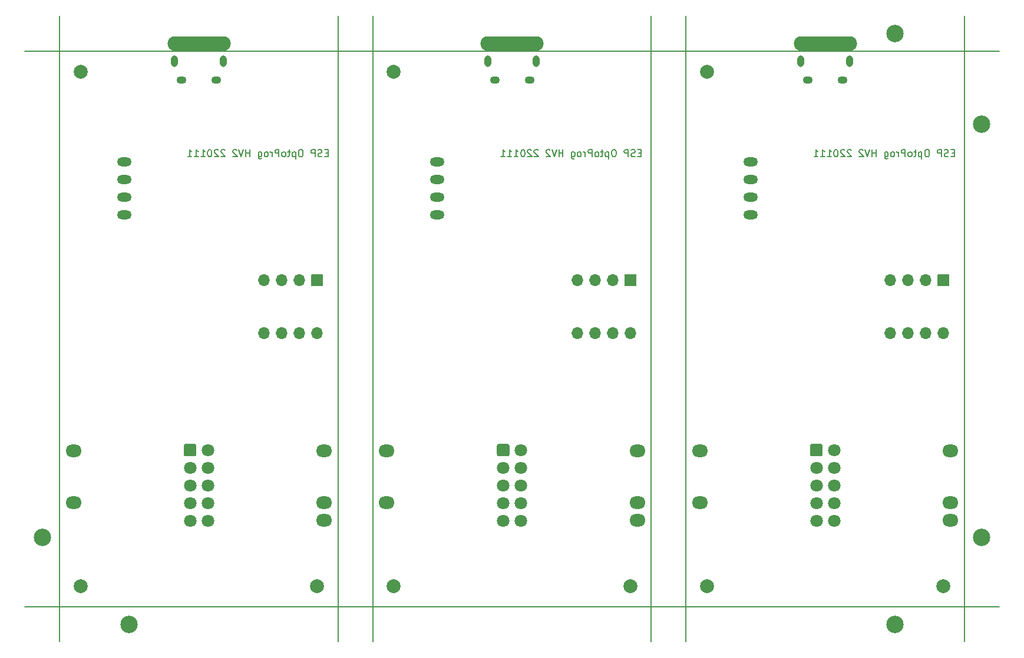
<source format=gbs>
%TF.GenerationSoftware,KiCad,Pcbnew,(5.1.10)-1*%
%TF.CreationDate,2022-01-11T14:12:10+01:00*%
%TF.ProjectId,EspOptoProg Panel,4573704f-7074-46f5-9072-6f672050616e,rev?*%
%TF.SameCoordinates,PXffb3b4c0PY4c4b40*%
%TF.FileFunction,Soldermask,Bot*%
%TF.FilePolarity,Negative*%
%FSLAX46Y46*%
G04 Gerber Fmt 4.6, Leading zero omitted, Abs format (unit mm)*
G04 Created by KiCad (PCBNEW (5.1.10)-1) date 2022-01-11 14:12:10*
%MOMM*%
%LPD*%
G01*
G04 APERTURE LIST*
%ADD10C,0.150000*%
%ADD11C,2.500000*%
%ADD12O,2.100000X1.300000*%
%ADD13C,2.000000*%
%ADD14O,1.700000X1.700000*%
%ADD15C,1.800000*%
%ADD16O,2.300000X1.800000*%
%ADD17O,9.100000X2.100000*%
%ADD18O,1.000000X1.650000*%
%ADD19O,1.400000X1.100000*%
G04 APERTURE END LIST*
D10*
X0Y85000000D02*
X140000000Y85000000D01*
X135000000Y0D02*
X135000000Y90000000D01*
X90000000Y0D02*
X90000000Y90000000D01*
X95000000Y0D02*
X95000000Y90000000D01*
X50000000Y0D02*
X50000000Y90000000D01*
X45000000Y0D02*
X45000000Y90000000D01*
X5000000Y0D02*
X5000000Y90000000D01*
X0Y5000000D02*
X140000000Y5000000D01*
X43547619Y70321428D02*
X43214285Y70321428D01*
X43071428Y69797619D02*
X43547619Y69797619D01*
X43547619Y70797619D01*
X43071428Y70797619D01*
X42690476Y69845238D02*
X42547619Y69797619D01*
X42309523Y69797619D01*
X42214285Y69845238D01*
X42166666Y69892857D01*
X42119047Y69988095D01*
X42119047Y70083333D01*
X42166666Y70178571D01*
X42214285Y70226190D01*
X42309523Y70273809D01*
X42500000Y70321428D01*
X42595238Y70369047D01*
X42642857Y70416666D01*
X42690476Y70511904D01*
X42690476Y70607142D01*
X42642857Y70702380D01*
X42595238Y70750000D01*
X42500000Y70797619D01*
X42261904Y70797619D01*
X42119047Y70750000D01*
X41690476Y69797619D02*
X41690476Y70797619D01*
X41309523Y70797619D01*
X41214285Y70750000D01*
X41166666Y70702380D01*
X41119047Y70607142D01*
X41119047Y70464285D01*
X41166666Y70369047D01*
X41214285Y70321428D01*
X41309523Y70273809D01*
X41690476Y70273809D01*
X39738095Y70797619D02*
X39547619Y70797619D01*
X39452380Y70750000D01*
X39357142Y70654761D01*
X39309523Y70464285D01*
X39309523Y70130952D01*
X39357142Y69940476D01*
X39452380Y69845238D01*
X39547619Y69797619D01*
X39738095Y69797619D01*
X39833333Y69845238D01*
X39928571Y69940476D01*
X39976190Y70130952D01*
X39976190Y70464285D01*
X39928571Y70654761D01*
X39833333Y70750000D01*
X39738095Y70797619D01*
X38880952Y70464285D02*
X38880952Y69464285D01*
X38880952Y70416666D02*
X38785714Y70464285D01*
X38595238Y70464285D01*
X38500000Y70416666D01*
X38452380Y70369047D01*
X38404761Y70273809D01*
X38404761Y69988095D01*
X38452380Y69892857D01*
X38500000Y69845238D01*
X38595238Y69797619D01*
X38785714Y69797619D01*
X38880952Y69845238D01*
X38119047Y70464285D02*
X37738095Y70464285D01*
X37976190Y70797619D02*
X37976190Y69940476D01*
X37928571Y69845238D01*
X37833333Y69797619D01*
X37738095Y69797619D01*
X37261904Y69797619D02*
X37357142Y69845238D01*
X37404761Y69892857D01*
X37452380Y69988095D01*
X37452380Y70273809D01*
X37404761Y70369047D01*
X37357142Y70416666D01*
X37261904Y70464285D01*
X37119047Y70464285D01*
X37023809Y70416666D01*
X36976190Y70369047D01*
X36928571Y70273809D01*
X36928571Y69988095D01*
X36976190Y69892857D01*
X37023809Y69845238D01*
X37119047Y69797619D01*
X37261904Y69797619D01*
X36500000Y69797619D02*
X36500000Y70797619D01*
X36119047Y70797619D01*
X36023809Y70750000D01*
X35976190Y70702380D01*
X35928571Y70607142D01*
X35928571Y70464285D01*
X35976190Y70369047D01*
X36023809Y70321428D01*
X36119047Y70273809D01*
X36500000Y70273809D01*
X35500000Y69797619D02*
X35500000Y70464285D01*
X35500000Y70273809D02*
X35452380Y70369047D01*
X35404761Y70416666D01*
X35309523Y70464285D01*
X35214285Y70464285D01*
X34738095Y69797619D02*
X34833333Y69845238D01*
X34880952Y69892857D01*
X34928571Y69988095D01*
X34928571Y70273809D01*
X34880952Y70369047D01*
X34833333Y70416666D01*
X34738095Y70464285D01*
X34595238Y70464285D01*
X34500000Y70416666D01*
X34452380Y70369047D01*
X34404761Y70273809D01*
X34404761Y69988095D01*
X34452380Y69892857D01*
X34500000Y69845238D01*
X34595238Y69797619D01*
X34738095Y69797619D01*
X33547619Y70464285D02*
X33547619Y69654761D01*
X33595238Y69559523D01*
X33642857Y69511904D01*
X33738095Y69464285D01*
X33880952Y69464285D01*
X33976190Y69511904D01*
X33547619Y69845238D02*
X33642857Y69797619D01*
X33833333Y69797619D01*
X33928571Y69845238D01*
X33976190Y69892857D01*
X34023809Y69988095D01*
X34023809Y70273809D01*
X33976190Y70369047D01*
X33928571Y70416666D01*
X33833333Y70464285D01*
X33642857Y70464285D01*
X33547619Y70416666D01*
X32309523Y69797619D02*
X32309523Y70797619D01*
X32309523Y70321428D02*
X31738095Y70321428D01*
X31738095Y69797619D02*
X31738095Y70797619D01*
X31404761Y70797619D02*
X31071428Y69797619D01*
X30738095Y70797619D01*
X30452380Y70702380D02*
X30404761Y70750000D01*
X30309523Y70797619D01*
X30071428Y70797619D01*
X29976190Y70750000D01*
X29928571Y70702380D01*
X29880952Y70607142D01*
X29880952Y70511904D01*
X29928571Y70369047D01*
X30500000Y69797619D01*
X29880952Y69797619D01*
X28738095Y70702380D02*
X28690476Y70750000D01*
X28595238Y70797619D01*
X28357142Y70797619D01*
X28261904Y70750000D01*
X28214285Y70702380D01*
X28166666Y70607142D01*
X28166666Y70511904D01*
X28214285Y70369047D01*
X28785714Y69797619D01*
X28166666Y69797619D01*
X27785714Y70702380D02*
X27738095Y70750000D01*
X27642857Y70797619D01*
X27404761Y70797619D01*
X27309523Y70750000D01*
X27261904Y70702380D01*
X27214285Y70607142D01*
X27214285Y70511904D01*
X27261904Y70369047D01*
X27833333Y69797619D01*
X27214285Y69797619D01*
X26595238Y70797619D02*
X26500000Y70797619D01*
X26404761Y70750000D01*
X26357142Y70702380D01*
X26309523Y70607142D01*
X26261904Y70416666D01*
X26261904Y70178571D01*
X26309523Y69988095D01*
X26357142Y69892857D01*
X26404761Y69845238D01*
X26500000Y69797619D01*
X26595238Y69797619D01*
X26690476Y69845238D01*
X26738095Y69892857D01*
X26785714Y69988095D01*
X26833333Y70178571D01*
X26833333Y70416666D01*
X26785714Y70607142D01*
X26738095Y70702380D01*
X26690476Y70750000D01*
X26595238Y70797619D01*
X25309523Y69797619D02*
X25880952Y69797619D01*
X25595238Y69797619D02*
X25595238Y70797619D01*
X25690476Y70654761D01*
X25785714Y70559523D01*
X25880952Y70511904D01*
X24357142Y69797619D02*
X24928571Y69797619D01*
X24642857Y69797619D02*
X24642857Y70797619D01*
X24738095Y70654761D01*
X24833333Y70559523D01*
X24928571Y70511904D01*
X23404761Y69797619D02*
X23976190Y69797619D01*
X23690476Y69797619D02*
X23690476Y70797619D01*
X23785714Y70654761D01*
X23880952Y70559523D01*
X23976190Y70511904D01*
X88547619Y70321428D02*
X88214285Y70321428D01*
X88071428Y69797619D02*
X88547619Y69797619D01*
X88547619Y70797619D01*
X88071428Y70797619D01*
X87690476Y69845238D02*
X87547619Y69797619D01*
X87309523Y69797619D01*
X87214285Y69845238D01*
X87166666Y69892857D01*
X87119047Y69988095D01*
X87119047Y70083333D01*
X87166666Y70178571D01*
X87214285Y70226190D01*
X87309523Y70273809D01*
X87500000Y70321428D01*
X87595238Y70369047D01*
X87642857Y70416666D01*
X87690476Y70511904D01*
X87690476Y70607142D01*
X87642857Y70702380D01*
X87595238Y70750000D01*
X87500000Y70797619D01*
X87261904Y70797619D01*
X87119047Y70750000D01*
X86690476Y69797619D02*
X86690476Y70797619D01*
X86309523Y70797619D01*
X86214285Y70750000D01*
X86166666Y70702380D01*
X86119047Y70607142D01*
X86119047Y70464285D01*
X86166666Y70369047D01*
X86214285Y70321428D01*
X86309523Y70273809D01*
X86690476Y70273809D01*
X84738095Y70797619D02*
X84547619Y70797619D01*
X84452380Y70750000D01*
X84357142Y70654761D01*
X84309523Y70464285D01*
X84309523Y70130952D01*
X84357142Y69940476D01*
X84452380Y69845238D01*
X84547619Y69797619D01*
X84738095Y69797619D01*
X84833333Y69845238D01*
X84928571Y69940476D01*
X84976190Y70130952D01*
X84976190Y70464285D01*
X84928571Y70654761D01*
X84833333Y70750000D01*
X84738095Y70797619D01*
X83880952Y70464285D02*
X83880952Y69464285D01*
X83880952Y70416666D02*
X83785714Y70464285D01*
X83595238Y70464285D01*
X83500000Y70416666D01*
X83452380Y70369047D01*
X83404761Y70273809D01*
X83404761Y69988095D01*
X83452380Y69892857D01*
X83500000Y69845238D01*
X83595238Y69797619D01*
X83785714Y69797619D01*
X83880952Y69845238D01*
X83119047Y70464285D02*
X82738095Y70464285D01*
X82976190Y70797619D02*
X82976190Y69940476D01*
X82928571Y69845238D01*
X82833333Y69797619D01*
X82738095Y69797619D01*
X82261904Y69797619D02*
X82357142Y69845238D01*
X82404761Y69892857D01*
X82452380Y69988095D01*
X82452380Y70273809D01*
X82404761Y70369047D01*
X82357142Y70416666D01*
X82261904Y70464285D01*
X82119047Y70464285D01*
X82023809Y70416666D01*
X81976190Y70369047D01*
X81928571Y70273809D01*
X81928571Y69988095D01*
X81976190Y69892857D01*
X82023809Y69845238D01*
X82119047Y69797619D01*
X82261904Y69797619D01*
X81500000Y69797619D02*
X81500000Y70797619D01*
X81119047Y70797619D01*
X81023809Y70750000D01*
X80976190Y70702380D01*
X80928571Y70607142D01*
X80928571Y70464285D01*
X80976190Y70369047D01*
X81023809Y70321428D01*
X81119047Y70273809D01*
X81500000Y70273809D01*
X80500000Y69797619D02*
X80500000Y70464285D01*
X80500000Y70273809D02*
X80452380Y70369047D01*
X80404761Y70416666D01*
X80309523Y70464285D01*
X80214285Y70464285D01*
X79738095Y69797619D02*
X79833333Y69845238D01*
X79880952Y69892857D01*
X79928571Y69988095D01*
X79928571Y70273809D01*
X79880952Y70369047D01*
X79833333Y70416666D01*
X79738095Y70464285D01*
X79595238Y70464285D01*
X79500000Y70416666D01*
X79452380Y70369047D01*
X79404761Y70273809D01*
X79404761Y69988095D01*
X79452380Y69892857D01*
X79500000Y69845238D01*
X79595238Y69797619D01*
X79738095Y69797619D01*
X78547619Y70464285D02*
X78547619Y69654761D01*
X78595238Y69559523D01*
X78642857Y69511904D01*
X78738095Y69464285D01*
X78880952Y69464285D01*
X78976190Y69511904D01*
X78547619Y69845238D02*
X78642857Y69797619D01*
X78833333Y69797619D01*
X78928571Y69845238D01*
X78976190Y69892857D01*
X79023809Y69988095D01*
X79023809Y70273809D01*
X78976190Y70369047D01*
X78928571Y70416666D01*
X78833333Y70464285D01*
X78642857Y70464285D01*
X78547619Y70416666D01*
X77309523Y69797619D02*
X77309523Y70797619D01*
X77309523Y70321428D02*
X76738095Y70321428D01*
X76738095Y69797619D02*
X76738095Y70797619D01*
X76404761Y70797619D02*
X76071428Y69797619D01*
X75738095Y70797619D01*
X75452380Y70702380D02*
X75404761Y70750000D01*
X75309523Y70797619D01*
X75071428Y70797619D01*
X74976190Y70750000D01*
X74928571Y70702380D01*
X74880952Y70607142D01*
X74880952Y70511904D01*
X74928571Y70369047D01*
X75500000Y69797619D01*
X74880952Y69797619D01*
X73738095Y70702380D02*
X73690476Y70750000D01*
X73595238Y70797619D01*
X73357142Y70797619D01*
X73261904Y70750000D01*
X73214285Y70702380D01*
X73166666Y70607142D01*
X73166666Y70511904D01*
X73214285Y70369047D01*
X73785714Y69797619D01*
X73166666Y69797619D01*
X72785714Y70702380D02*
X72738095Y70750000D01*
X72642857Y70797619D01*
X72404761Y70797619D01*
X72309523Y70750000D01*
X72261904Y70702380D01*
X72214285Y70607142D01*
X72214285Y70511904D01*
X72261904Y70369047D01*
X72833333Y69797619D01*
X72214285Y69797619D01*
X71595238Y70797619D02*
X71500000Y70797619D01*
X71404761Y70750000D01*
X71357142Y70702380D01*
X71309523Y70607142D01*
X71261904Y70416666D01*
X71261904Y70178571D01*
X71309523Y69988095D01*
X71357142Y69892857D01*
X71404761Y69845238D01*
X71500000Y69797619D01*
X71595238Y69797619D01*
X71690476Y69845238D01*
X71738095Y69892857D01*
X71785714Y69988095D01*
X71833333Y70178571D01*
X71833333Y70416666D01*
X71785714Y70607142D01*
X71738095Y70702380D01*
X71690476Y70750000D01*
X71595238Y70797619D01*
X70309523Y69797619D02*
X70880952Y69797619D01*
X70595238Y69797619D02*
X70595238Y70797619D01*
X70690476Y70654761D01*
X70785714Y70559523D01*
X70880952Y70511904D01*
X69357142Y69797619D02*
X69928571Y69797619D01*
X69642857Y69797619D02*
X69642857Y70797619D01*
X69738095Y70654761D01*
X69833333Y70559523D01*
X69928571Y70511904D01*
X68404761Y69797619D02*
X68976190Y69797619D01*
X68690476Y69797619D02*
X68690476Y70797619D01*
X68785714Y70654761D01*
X68880952Y70559523D01*
X68976190Y70511904D01*
X133547619Y70321428D02*
X133214285Y70321428D01*
X133071428Y69797619D02*
X133547619Y69797619D01*
X133547619Y70797619D01*
X133071428Y70797619D01*
X132690476Y69845238D02*
X132547619Y69797619D01*
X132309523Y69797619D01*
X132214285Y69845238D01*
X132166666Y69892857D01*
X132119047Y69988095D01*
X132119047Y70083333D01*
X132166666Y70178571D01*
X132214285Y70226190D01*
X132309523Y70273809D01*
X132500000Y70321428D01*
X132595238Y70369047D01*
X132642857Y70416666D01*
X132690476Y70511904D01*
X132690476Y70607142D01*
X132642857Y70702380D01*
X132595238Y70750000D01*
X132500000Y70797619D01*
X132261904Y70797619D01*
X132119047Y70750000D01*
X131690476Y69797619D02*
X131690476Y70797619D01*
X131309523Y70797619D01*
X131214285Y70750000D01*
X131166666Y70702380D01*
X131119047Y70607142D01*
X131119047Y70464285D01*
X131166666Y70369047D01*
X131214285Y70321428D01*
X131309523Y70273809D01*
X131690476Y70273809D01*
X129738095Y70797619D02*
X129547619Y70797619D01*
X129452380Y70750000D01*
X129357142Y70654761D01*
X129309523Y70464285D01*
X129309523Y70130952D01*
X129357142Y69940476D01*
X129452380Y69845238D01*
X129547619Y69797619D01*
X129738095Y69797619D01*
X129833333Y69845238D01*
X129928571Y69940476D01*
X129976190Y70130952D01*
X129976190Y70464285D01*
X129928571Y70654761D01*
X129833333Y70750000D01*
X129738095Y70797619D01*
X128880952Y70464285D02*
X128880952Y69464285D01*
X128880952Y70416666D02*
X128785714Y70464285D01*
X128595238Y70464285D01*
X128500000Y70416666D01*
X128452380Y70369047D01*
X128404761Y70273809D01*
X128404761Y69988095D01*
X128452380Y69892857D01*
X128500000Y69845238D01*
X128595238Y69797619D01*
X128785714Y69797619D01*
X128880952Y69845238D01*
X128119047Y70464285D02*
X127738095Y70464285D01*
X127976190Y70797619D02*
X127976190Y69940476D01*
X127928571Y69845238D01*
X127833333Y69797619D01*
X127738095Y69797619D01*
X127261904Y69797619D02*
X127357142Y69845238D01*
X127404761Y69892857D01*
X127452380Y69988095D01*
X127452380Y70273809D01*
X127404761Y70369047D01*
X127357142Y70416666D01*
X127261904Y70464285D01*
X127119047Y70464285D01*
X127023809Y70416666D01*
X126976190Y70369047D01*
X126928571Y70273809D01*
X126928571Y69988095D01*
X126976190Y69892857D01*
X127023809Y69845238D01*
X127119047Y69797619D01*
X127261904Y69797619D01*
X126500000Y69797619D02*
X126500000Y70797619D01*
X126119047Y70797619D01*
X126023809Y70750000D01*
X125976190Y70702380D01*
X125928571Y70607142D01*
X125928571Y70464285D01*
X125976190Y70369047D01*
X126023809Y70321428D01*
X126119047Y70273809D01*
X126500000Y70273809D01*
X125500000Y69797619D02*
X125500000Y70464285D01*
X125500000Y70273809D02*
X125452380Y70369047D01*
X125404761Y70416666D01*
X125309523Y70464285D01*
X125214285Y70464285D01*
X124738095Y69797619D02*
X124833333Y69845238D01*
X124880952Y69892857D01*
X124928571Y69988095D01*
X124928571Y70273809D01*
X124880952Y70369047D01*
X124833333Y70416666D01*
X124738095Y70464285D01*
X124595238Y70464285D01*
X124500000Y70416666D01*
X124452380Y70369047D01*
X124404761Y70273809D01*
X124404761Y69988095D01*
X124452380Y69892857D01*
X124500000Y69845238D01*
X124595238Y69797619D01*
X124738095Y69797619D01*
X123547619Y70464285D02*
X123547619Y69654761D01*
X123595238Y69559523D01*
X123642857Y69511904D01*
X123738095Y69464285D01*
X123880952Y69464285D01*
X123976190Y69511904D01*
X123547619Y69845238D02*
X123642857Y69797619D01*
X123833333Y69797619D01*
X123928571Y69845238D01*
X123976190Y69892857D01*
X124023809Y69988095D01*
X124023809Y70273809D01*
X123976190Y70369047D01*
X123928571Y70416666D01*
X123833333Y70464285D01*
X123642857Y70464285D01*
X123547619Y70416666D01*
X122309523Y69797619D02*
X122309523Y70797619D01*
X122309523Y70321428D02*
X121738095Y70321428D01*
X121738095Y69797619D02*
X121738095Y70797619D01*
X121404761Y70797619D02*
X121071428Y69797619D01*
X120738095Y70797619D01*
X120452380Y70702380D02*
X120404761Y70750000D01*
X120309523Y70797619D01*
X120071428Y70797619D01*
X119976190Y70750000D01*
X119928571Y70702380D01*
X119880952Y70607142D01*
X119880952Y70511904D01*
X119928571Y70369047D01*
X120500000Y69797619D01*
X119880952Y69797619D01*
X118738095Y70702380D02*
X118690476Y70750000D01*
X118595238Y70797619D01*
X118357142Y70797619D01*
X118261904Y70750000D01*
X118214285Y70702380D01*
X118166666Y70607142D01*
X118166666Y70511904D01*
X118214285Y70369047D01*
X118785714Y69797619D01*
X118166666Y69797619D01*
X117785714Y70702380D02*
X117738095Y70750000D01*
X117642857Y70797619D01*
X117404761Y70797619D01*
X117309523Y70750000D01*
X117261904Y70702380D01*
X117214285Y70607142D01*
X117214285Y70511904D01*
X117261904Y70369047D01*
X117833333Y69797619D01*
X117214285Y69797619D01*
X116595238Y70797619D02*
X116500000Y70797619D01*
X116404761Y70750000D01*
X116357142Y70702380D01*
X116309523Y70607142D01*
X116261904Y70416666D01*
X116261904Y70178571D01*
X116309523Y69988095D01*
X116357142Y69892857D01*
X116404761Y69845238D01*
X116500000Y69797619D01*
X116595238Y69797619D01*
X116690476Y69845238D01*
X116738095Y69892857D01*
X116785714Y69988095D01*
X116833333Y70178571D01*
X116833333Y70416666D01*
X116785714Y70607142D01*
X116738095Y70702380D01*
X116690476Y70750000D01*
X116595238Y70797619D01*
X115309523Y69797619D02*
X115880952Y69797619D01*
X115595238Y69797619D02*
X115595238Y70797619D01*
X115690476Y70654761D01*
X115785714Y70559523D01*
X115880952Y70511904D01*
X114357142Y69797619D02*
X114928571Y69797619D01*
X114642857Y69797619D02*
X114642857Y70797619D01*
X114738095Y70654761D01*
X114833333Y70559523D01*
X114928571Y70511904D01*
X113404761Y69797619D02*
X113976190Y69797619D01*
X113690476Y69797619D02*
X113690476Y70797619D01*
X113785714Y70654761D01*
X113880952Y70559523D01*
X113976190Y70511904D01*
D11*
%TO.C,FID_B1*%
X2500000Y15000000D03*
%TD*%
%TO.C,FID_B4*%
X137500000Y15000000D03*
%TD*%
%TO.C,FID_B5*%
X137500000Y74500000D03*
%TD*%
%TO.C,FID_B6*%
X125000000Y87500000D03*
%TD*%
%TO.C,FID_B3*%
X125000000Y2500000D03*
%TD*%
%TO.C,FID_B2*%
X15000000Y2500000D03*
%TD*%
D12*
%TO.C,U50*%
X14250000Y61440000D03*
X14250000Y63980000D03*
X14250000Y66520000D03*
X14250000Y69060000D03*
%TD*%
D13*
%TO.C,FID6*%
X42000000Y8000000D03*
%TD*%
%TO.C,FID5*%
X8000000Y8000000D03*
%TD*%
%TO.C,FID4*%
X8000000Y82000000D03*
%TD*%
D14*
%TO.C,J30*%
X42000000Y44380000D03*
X34380000Y52000000D03*
X39460000Y44380000D03*
X36920000Y52000000D03*
X36920000Y44380000D03*
X39460000Y52000000D03*
X34380000Y44380000D03*
G36*
G01*
X41200000Y52850000D02*
X42800000Y52850000D01*
G75*
G02*
X42850000Y52800000I0J-50000D01*
G01*
X42850000Y51200000D01*
G75*
G02*
X42800000Y51150000I-50000J0D01*
G01*
X41200000Y51150000D01*
G75*
G02*
X41150000Y51200000I0J50000D01*
G01*
X41150000Y52800000D01*
G75*
G02*
X41200000Y52850000I50000J0D01*
G01*
G37*
%TD*%
D15*
%TO.C,J40*%
X26270000Y17420000D03*
X26270000Y19960000D03*
X26270000Y22500000D03*
X26270000Y25040000D03*
X26270000Y27580000D03*
X23730000Y17420000D03*
X23730000Y19960000D03*
X23730000Y22500000D03*
X23730000Y25040000D03*
G36*
G01*
X22830000Y26944705D02*
X22830000Y28215295D01*
G75*
G02*
X23094705Y28480000I264705J0D01*
G01*
X24365295Y28480000D01*
G75*
G02*
X24630000Y28215295I0J-264705D01*
G01*
X24630000Y26944705D01*
G75*
G02*
X24365295Y26680000I-264705J0D01*
G01*
X23094705Y26680000D01*
G75*
G02*
X22830000Y26944705I0J264705D01*
G01*
G37*
%TD*%
D16*
%TO.C,TP45*%
X7000000Y20000000D03*
%TD*%
%TO.C,TP44*%
X7000000Y27500000D03*
%TD*%
%TO.C,TP43*%
X43000000Y17500000D03*
%TD*%
%TO.C,TP42*%
X43000000Y20000000D03*
%TD*%
%TO.C,TP41*%
X43000000Y27500000D03*
%TD*%
D17*
%TO.C,K10*%
X25000000Y86050000D03*
D18*
X21500000Y83550000D03*
D19*
X27500000Y80850000D03*
X22500000Y80850000D03*
D18*
X28500000Y83550000D03*
%TD*%
D12*
%TO.C,U50*%
X59250000Y61440000D03*
X59250000Y63980000D03*
X59250000Y66520000D03*
X59250000Y69060000D03*
%TD*%
D13*
%TO.C,FID6*%
X87000000Y8000000D03*
%TD*%
%TO.C,FID5*%
X53000000Y8000000D03*
%TD*%
%TO.C,FID4*%
X53000000Y82000000D03*
%TD*%
D14*
%TO.C,J30*%
X87000000Y44380000D03*
X79380000Y52000000D03*
X84460000Y44380000D03*
X81920000Y52000000D03*
X81920000Y44380000D03*
X84460000Y52000000D03*
X79380000Y44380000D03*
G36*
G01*
X86200000Y52850000D02*
X87800000Y52850000D01*
G75*
G02*
X87850000Y52800000I0J-50000D01*
G01*
X87850000Y51200000D01*
G75*
G02*
X87800000Y51150000I-50000J0D01*
G01*
X86200000Y51150000D01*
G75*
G02*
X86150000Y51200000I0J50000D01*
G01*
X86150000Y52800000D01*
G75*
G02*
X86200000Y52850000I50000J0D01*
G01*
G37*
%TD*%
D15*
%TO.C,J40*%
X71270000Y17420000D03*
X71270000Y19960000D03*
X71270000Y22500000D03*
X71270000Y25040000D03*
X71270000Y27580000D03*
X68730000Y17420000D03*
X68730000Y19960000D03*
X68730000Y22500000D03*
X68730000Y25040000D03*
G36*
G01*
X67830000Y26944705D02*
X67830000Y28215295D01*
G75*
G02*
X68094705Y28480000I264705J0D01*
G01*
X69365295Y28480000D01*
G75*
G02*
X69630000Y28215295I0J-264705D01*
G01*
X69630000Y26944705D01*
G75*
G02*
X69365295Y26680000I-264705J0D01*
G01*
X68094705Y26680000D01*
G75*
G02*
X67830000Y26944705I0J264705D01*
G01*
G37*
%TD*%
D16*
%TO.C,TP45*%
X52000000Y20000000D03*
%TD*%
%TO.C,TP44*%
X52000000Y27500000D03*
%TD*%
%TO.C,TP43*%
X88000000Y17500000D03*
%TD*%
%TO.C,TP42*%
X88000000Y20000000D03*
%TD*%
%TO.C,TP41*%
X88000000Y27500000D03*
%TD*%
D17*
%TO.C,K10*%
X70000000Y86050000D03*
D18*
X66500000Y83550000D03*
D19*
X72500000Y80850000D03*
X67500000Y80850000D03*
D18*
X73500000Y83550000D03*
%TD*%
D12*
%TO.C,U50*%
X104250000Y61440000D03*
X104250000Y63980000D03*
X104250000Y66520000D03*
X104250000Y69060000D03*
%TD*%
D13*
%TO.C,FID6*%
X132000000Y8000000D03*
%TD*%
%TO.C,FID5*%
X98000000Y8000000D03*
%TD*%
%TO.C,FID4*%
X98000000Y82000000D03*
%TD*%
D14*
%TO.C,J30*%
X132000000Y44380000D03*
X124380000Y52000000D03*
X129460000Y44380000D03*
X126920000Y52000000D03*
X126920000Y44380000D03*
X129460000Y52000000D03*
X124380000Y44380000D03*
G36*
G01*
X131200000Y52850000D02*
X132800000Y52850000D01*
G75*
G02*
X132850000Y52800000I0J-50000D01*
G01*
X132850000Y51200000D01*
G75*
G02*
X132800000Y51150000I-50000J0D01*
G01*
X131200000Y51150000D01*
G75*
G02*
X131150000Y51200000I0J50000D01*
G01*
X131150000Y52800000D01*
G75*
G02*
X131200000Y52850000I50000J0D01*
G01*
G37*
%TD*%
D15*
%TO.C,J40*%
X116270000Y17420000D03*
X116270000Y19960000D03*
X116270000Y22500000D03*
X116270000Y25040000D03*
X116270000Y27580000D03*
X113730000Y17420000D03*
X113730000Y19960000D03*
X113730000Y22500000D03*
X113730000Y25040000D03*
G36*
G01*
X112830000Y26944705D02*
X112830000Y28215295D01*
G75*
G02*
X113094705Y28480000I264705J0D01*
G01*
X114365295Y28480000D01*
G75*
G02*
X114630000Y28215295I0J-264705D01*
G01*
X114630000Y26944705D01*
G75*
G02*
X114365295Y26680000I-264705J0D01*
G01*
X113094705Y26680000D01*
G75*
G02*
X112830000Y26944705I0J264705D01*
G01*
G37*
%TD*%
D16*
%TO.C,TP45*%
X97000000Y20000000D03*
%TD*%
%TO.C,TP44*%
X97000000Y27500000D03*
%TD*%
%TO.C,TP43*%
X133000000Y17500000D03*
%TD*%
%TO.C,TP42*%
X133000000Y20000000D03*
%TD*%
%TO.C,TP41*%
X133000000Y27500000D03*
%TD*%
D17*
%TO.C,K10*%
X115000000Y86050000D03*
D18*
X111500000Y83550000D03*
D19*
X117500000Y80850000D03*
X112500000Y80850000D03*
D18*
X118500000Y83550000D03*
%TD*%
M02*

</source>
